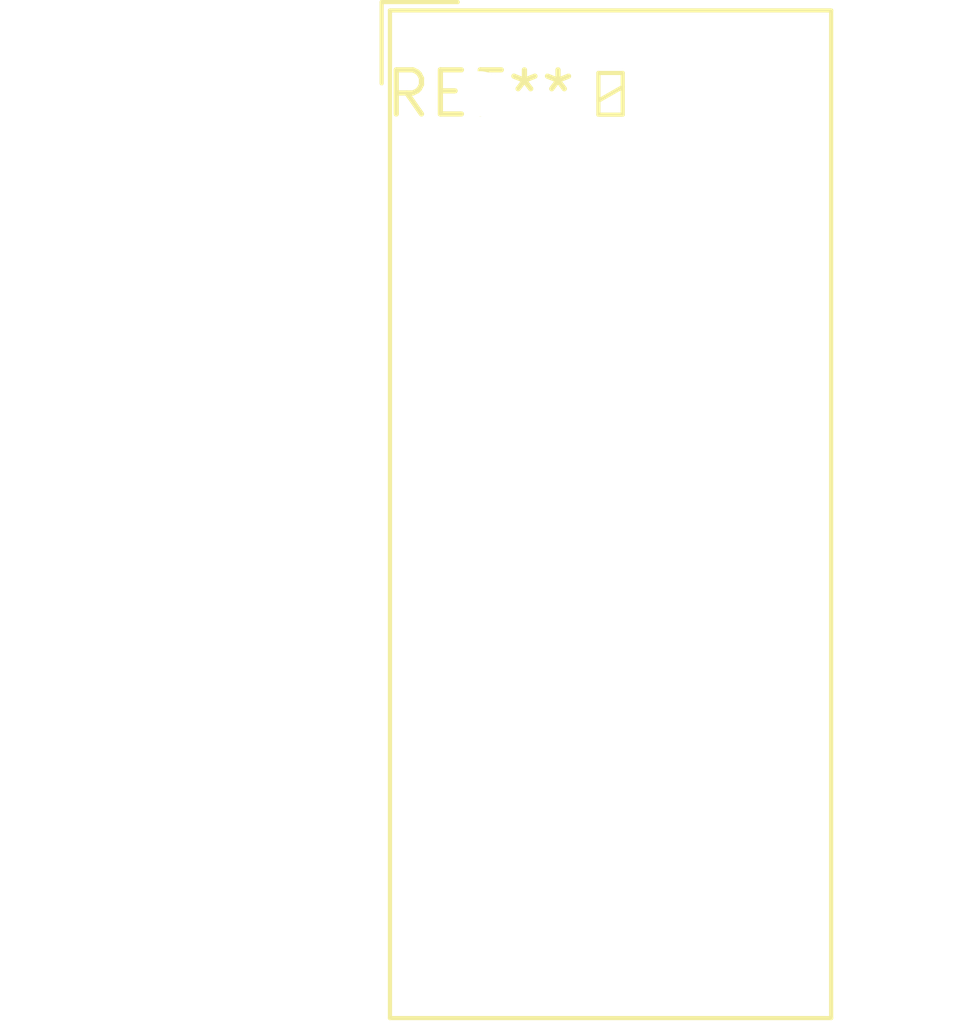
<source format=kicad_pcb>
(kicad_pcb (version 20240108) (generator pcbnew)
  (layers (0 "F.Cu" signal) (31 "B.Cu" signal) (34 "B.Paste" user) (35 "F.Paste" user) (36 "B.SilkS" user "B.Silkscreen") (37 "F.SilkS" user "F.Silkscreen") (38 "B.Mask" user) (39 "F.Mask" user) (44 "Edge.Cuts" user))
  (net 0 "")
  (footprint "Relay_SPST_Omron_G2RL-1A" (layer "F.Cu") (at 0 0)
    (property "Reference" "REF**")
    (property "Value" "Relay_SPST_Omron_G2RL-1A")
    (fp_line (start -2.84 -2.64) (end -0.65 -2.64) (layer "F.SilkS") (stroke (width 0.12)))
    (fp_line (start -2.84 -0.3) (end -2.84 -2.64) (layer "F.SilkS") (stroke (width 0.12)))
    (fp_line (start -2.6 -2.4) (end -2.6 26.6) (layer "F.SilkS") (stroke (width 0.12)))
    (fp_line (start -2.6 26.6) (end 10.1 26.6) (layer "F.SilkS") (stroke (width 0.12)))
    (fp_line (start 3.4 -0.6) (end 3.4 0.6) (layer "F.SilkS") (stroke (width 0.12)))
    (fp_line (start 3.4 0.2) (end 4.1 -0.2) (layer "F.SilkS") (stroke (width 0.12)))
    (fp_line (start 3.4 0.6) (end 4.1 0.6) (layer "F.SilkS") (stroke (width 0.12)))
    (fp_line (start 4.1 -0.6) (end 3.4 -0.6) (layer "F.SilkS") (stroke (width 0.12)))
    (fp_line (start 4.1 0.6) (end 4.1 -0.6) (layer "F.SilkS") (stroke (width 0.12)))
    (fp_line (start 10.1 -2.4) (end -2.6 -2.4) (layer "F.SilkS") (stroke (width 0.12)))
    (fp_line (start 10.1 26.6) (end 10.1 -2.4) (layer "F.SilkS") (stroke (width 0.12)))
    (pad "13" thru_hole circle (at 7.5 20) (size 2 2) (drill 1.3) (layers *.Cu *.Mask) (remove_unused_layers))
    (pad "14" thru_hole circle (at 0 23.5) (size 2 2) (drill 1.3) (layers *.Cu *.Mask) (remove_unused_layers))
    (pad "A1" thru_hole rect (at 0 0) (size 2 2) (drill 1.3) (layers *.Cu *.Mask) (remove_unused_layers))
    (pad "A2" thru_hole circle (at 7.5 0) (size 2 2) (drill 1.3) (layers *.Cu *.Mask) (remove_unused_layers))
  )
)
</source>
